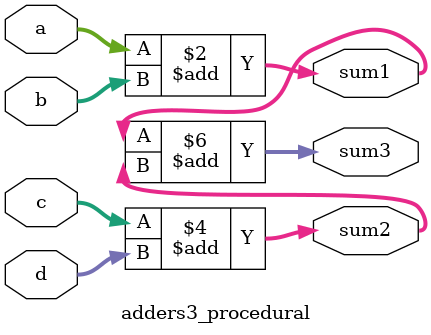
<source format=v>
`timescale 1us/1ns

module adders3_procedural(
   input [3:0] a,
   input [3:0] b,
   input [7:0] c,
   input [7:0] d,
   output reg [4:0] sum1,
   output reg [8:0] sum2,
   output reg [9:0] sum3
);
  
    // The order of the assignments in NOT important  
    always @(a or b) begin
        sum1 = a+b;
    end
    
    always @(c or d) begin
        sum2 = c + d;
    end
    
    // Best practice control list
    // Any change in RHS propagates to LHS
    always @(*) begin
        sum3 = sum1 + sum2;
    end 
    
    /*
    always @(*) begin
        sum3 = a + b + c + d;
    end  */
  
endmodule

</source>
